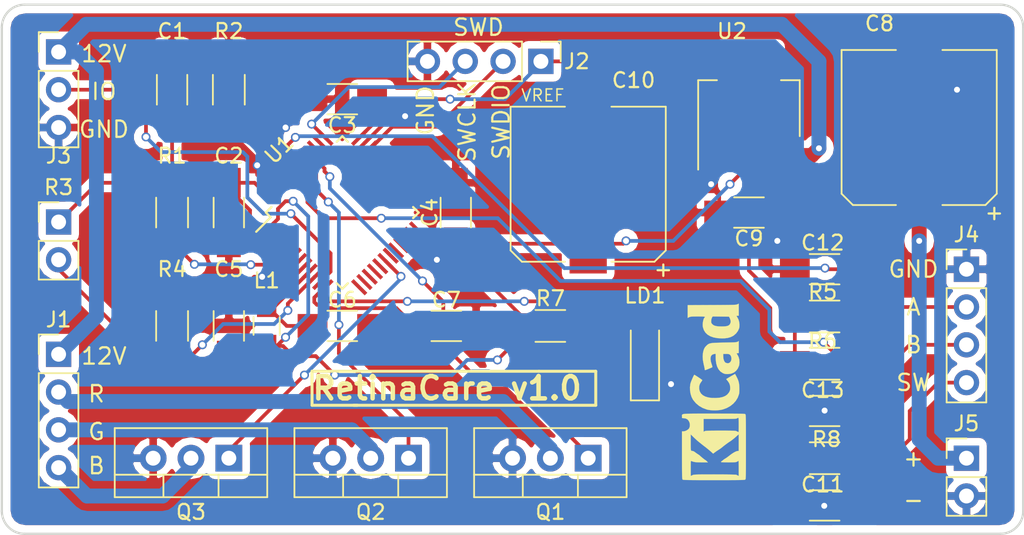
<source format=kicad_pcb>
(kicad_pcb (version 4) (host pcbnew 4.0.7-e2-6376~58~ubuntu17.04.1)
  (layers (0 F.Cu signal) (31 B.Cu signal) (34 B.Paste user) (35 F.Paste user) (36 B.SilkS user) (37 F.SilkS user) (38 B.Mask user) (39 F.Mask user) (44 Edge.Cuts user))
  (net 0 "")
  (net 1 +3V3)
  (net 2 GND)
  (net 3 "Net-(C6-Pad1)")
  (net 4 +12V)
  (net 5 "Net-(C11-Pad1)")
  (net 6 /ENC_A)
  (net 7 /ENC_B)
  (net 8 "Net-(D1-Pad2)")
  (net 9 "Net-(J1-Pad2)")
  (net 10 "Net-(J1-Pad3)")
  (net 11 "Net-(J1-Pad4)")
  (net 12 /SWDIO)
  (net 13 /SWCLK)
  (net 14 /MOTION)
  (net 15 /PWM_R)
  (net 16 /PWM_G)
  (net 17 /PWM_B)
  (net 18 "Net-(R1-Pad1)")
  (net 19 "Net-(R2-Pad1)")
  (net 20 "Net-(R3-Pad2)")
  (net 21 /SW)
  (net 22 "Net-(U1-Pad2)")
  (net 23 "Net-(U1-Pad3)")
  (net 24 "Net-(U1-Pad4)")
  (net 25 "Net-(U1-Pad5)")
  (net 26 "Net-(U1-Pad6)")
  (net 27 "Net-(U1-Pad13)")
  (net 28 "Net-(U1-Pad14)")
  (net 29 "Net-(U1-Pad15)")
  (net 30 "Net-(U1-Pad16)")
  (net 31 "Net-(U1-Pad17)")
  (net 32 "Net-(U1-Pad19)")
  (net 33 "Net-(U1-Pad20)")
  (net 34 "Net-(U1-Pad21)")
  (net 35 "Net-(U1-Pad22)")
  (net 36 "Net-(U1-Pad25)")
  (net 37 "Net-(U1-Pad26)")
  (net 38 "Net-(U1-Pad27)")
  (net 39 "Net-(U1-Pad28)")
  (net 40 "Net-(U1-Pad29)")
  (net 41 "Net-(U1-Pad30)")
  (net 42 "Net-(U1-Pad31)")
  (net 43 "Net-(U1-Pad32)")
  (net 44 "Net-(U1-Pad33)")
  (net 45 "Net-(U1-Pad38)")
  (net 46 "Net-(U1-Pad39)")
  (net 47 "Net-(U1-Pad45)")
  (net 48 "Net-(U1-Pad46)")
  (module Capacitors_SMD:C_1206_HandSoldering (layer F.Cu) (at 138.43 66.04 270)
    (fp_text reference C2 (at -3.81 0 360) (layer F.SilkS))
    (fp_text value 100n)
    (pad 1 smd rect (at -2 0 270) (size 2 1.6) (layers F.Cu F.Paste F.Mask) (net 1 +3V3))
    (pad 2 smd rect (at 2 0 270) (size 2 1.6) (layers F.Cu F.Paste F.Mask) (net 2 GND))
  )
  (module Capacitors_SMD:C_1206_HandSoldering (layer F.Cu) (at 146.05 58.42 180)
    (fp_text reference C3 (at 0 -1.75 180) (layer F.SilkS))
    (fp_text value 100n)
    (pad 1 smd rect (at -2 0 180) (size 2 1.6) (layers F.Cu F.Paste F.Mask) (net 1 +3V3))
    (pad 2 smd rect (at 2 0 180) (size 2 1.6) (layers F.Cu F.Paste F.Mask) (net 2 GND))
  )
  (module Capacitors_SMD:C_1206_HandSoldering (layer F.Cu) (at 153.67 66.04 90)
    (fp_text reference C4 (at 0 -1.75 90) (layer F.SilkS))
    (fp_text value 100n)
    (pad 1 smd rect (at -2 0 90) (size 2 1.6) (layers F.Cu F.Paste F.Mask) (net 1 +3V3))
    (pad 2 smd rect (at 2 0 90) (size 2 1.6) (layers F.Cu F.Paste F.Mask) (net 2 GND))
  )
  (module Capacitors_SMD:C_1206_HandSoldering (layer F.Cu) (at 138.43 73.66 90)
    (fp_text reference C5 (at 3.81 0 180) (layer F.SilkS))
    (fp_text value 100n)
    (pad 1 smd rect (at -2 0 90) (size 2 1.6) (layers F.Cu F.Paste F.Mask) (net 1 +3V3))
    (pad 2 smd rect (at 2 0 90) (size 2 1.6) (layers F.Cu F.Paste F.Mask) (net 2 GND))
  )
  (module Capacitors_SMD:C_1206_HandSoldering (layer F.Cu) (at 146.05 73.66)
    (fp_text reference C6 (at 0 -1.75) (layer F.SilkS))
    (fp_text value 100n)
    (pad 1 smd rect (at -2 0) (size 2 1.6) (layers F.Cu F.Paste F.Mask) (net 3 "Net-(C6-Pad1)"))
    (pad 2 smd rect (at 2 0) (size 2 1.6) (layers F.Cu F.Paste F.Mask) (net 2 GND))
  )
  (module Capacitors_SMD:CP_Elec_10x10 (layer F.Cu) (at 184.785 60.325 90)
    (fp_text reference C8 (at 6.985 -2.667 180) (layer F.SilkS))
    (fp_text value 47u)
    (fp_text user + (at -5.78 4.97 90) (layer F.SilkS))
    (pad 1 smd rect (at -4 0 270) (size 4 2.5) (layers F.Cu F.Paste F.Mask) (net 4 +12V))
    (pad 2 smd rect (at 4 0 270) (size 4 2.5) (layers F.Cu F.Paste F.Mask) (net 2 GND))
  )
  (module Capacitors_SMD:C_1206_HandSoldering (layer F.Cu) (at 173.355 66.04 180)
    (fp_text reference C9 (at 0 -1.75 180) (layer F.SilkS))
    (fp_text value 100n)
    (pad 1 smd rect (at -2 0 180) (size 2 1.6) (layers F.Cu F.Paste F.Mask) (net 4 +12V))
    (pad 2 smd rect (at 2 0 180) (size 2 1.6) (layers F.Cu F.Paste F.Mask) (net 2 GND))
  )
  (module Capacitors_SMD:CP_Elec_10x10 (layer F.Cu) (at 162.56 64.135 90)
    (fp_text reference C10 (at 6.985 3.048 180) (layer F.SilkS))
    (fp_text value 47u)
    (fp_text user + (at -5.78 4.97 90) (layer F.SilkS))
    (pad 1 smd rect (at -4 0 270) (size 4 2.5) (layers F.Cu F.Paste F.Mask) (net 1 +3V3))
    (pad 2 smd rect (at 4 0 270) (size 4 2.5) (layers F.Cu F.Paste F.Mask) (net 2 GND))
  )
  (module Capacitors_SMD:C_1206_HandSoldering (layer F.Cu) (at 178.435 85.725 180)
    (fp_text reference C11 (at 0.127 1.397 180) (layer F.SilkS))
    (fp_text value 100n)
    (pad 1 smd rect (at -2 0 180) (size 2 1.6) (layers F.Cu F.Paste F.Mask) (net 5 "Net-(C11-Pad1)"))
    (pad 2 smd rect (at 2 0 180) (size 2 1.6) (layers F.Cu F.Paste F.Mask) (net 2 GND))
  )
  (module Capacitors_SMD:C_1206_HandSoldering (layer F.Cu) (at 178.435 69.85 180)
    (fp_text reference C12 (at 0.127 1.778 180) (layer F.SilkS))
    (fp_text value 100n)
    (pad 1 smd rect (at -2 0 180) (size 2 1.6) (layers F.Cu F.Paste F.Mask) (net 6 /ENC_A))
    (pad 2 smd rect (at 2 0 180) (size 2 1.6) (layers F.Cu F.Paste F.Mask) (net 2 GND))
  )
  (module Capacitors_SMD:C_1206_HandSoldering (layer F.Cu) (at 178.435 79.375 180)
    (fp_text reference C13 (at 0.127 1.397 180) (layer F.SilkS))
    (fp_text value 100n)
    (pad 1 smd rect (at -2 0 180) (size 2 1.6) (layers F.Cu F.Paste F.Mask) (net 7 /ENC_B))
    (pad 2 smd rect (at 2 0 180) (size 2 1.6) (layers F.Cu F.Paste F.Mask) (net 2 GND))
  )
  (module LEDs:LED_1206_HandSoldering (layer F.Cu) (at 166.37 75.565 90)
    (fp_text reference LD1 (at 3.937 0 180) (layer F.SilkS))
    (fp_text value LED_ALT)
    (pad 1 smd rect (at -2 0 90) (size 2 1.7) (layers F.Cu F.Paste F.Mask) (net 2 GND))
    (pad 2 smd rect (at 2 0 90) (size 2 1.7) (layers F.Cu F.Paste F.Mask) (net 8 "Net-(D1-Pad2)"))
  )
  (module Pin_Headers:Pin_Header_Straight_1x04_Pitch2.54mm (layer F.Cu) (at 127 75.565)
    (fp_text reference J1 (at 0 -2.33) (layer F.SilkS))
    (fp_text value CONN_LED)
    (pad 1 thru_hole rect (at 0 0) (size 1.7 1.7) (drill 1) (layers *.Cu *.Mask) (net 4 +12V))
    (pad 2 thru_hole oval (at 0 2.54) (size 1.7 1.7) (drill 1) (layers *.Cu *.Mask) (net 9 "Net-(J1-Pad2)"))
    (pad 3 thru_hole oval (at 0 5.08) (size 1.7 1.7) (drill 1) (layers *.Cu *.Mask) (net 10 "Net-(J1-Pad3)"))
    (pad 4 thru_hole oval (at 0 7.62) (size 1.7 1.7) (drill 1) (layers *.Cu *.Mask) (net 11 "Net-(J1-Pad4)"))
  )
  (module Pin_Headers:Pin_Header_Straight_1x04_Pitch2.54mm (layer F.Cu) (at 159.385 55.88 270)
    (fp_text reference J2 (at 0 -2.413 360) (layer F.SilkS))
    (fp_text value CONN_SWD)
    (pad 1 thru_hole rect (at 0 0 270) (size 1.7 1.7) (drill 1) (layers *.Cu *.Mask) (net 1 +3V3))
    (pad 2 thru_hole oval (at 0 2.54 270) (size 1.7 1.7) (drill 1) (layers *.Cu *.Mask) (net 12 /SWDIO))
    (pad 3 thru_hole oval (at 0 5.08 270) (size 1.7 1.7) (drill 1) (layers *.Cu *.Mask) (net 13 /SWCLK))
    (pad 4 thru_hole oval (at 0 7.62 270) (size 1.7 1.7) (drill 1) (layers *.Cu *.Mask) (net 2 GND))
  )
  (module Pin_Headers:Pin_Header_Straight_1x03_Pitch2.54mm (layer F.Cu) (at 127 55.245)
    (fp_text reference J3 (at 0 6.985) (layer F.SilkS))
    (fp_text value CONN_PIR)
    (pad 1 thru_hole rect (at 0 0) (size 1.7 1.7) (drill 1) (layers *.Cu *.Mask) (net 4 +12V))
    (pad 2 thru_hole oval (at 0 2.54) (size 1.7 1.7) (drill 1) (layers *.Cu *.Mask) (net 14 /MOTION))
    (pad 3 thru_hole oval (at 0 5.08) (size 1.7 1.7) (drill 1) (layers *.Cu *.Mask) (net 2 GND))
  )
  (module Pin_Headers:Pin_Header_Straight_1x04_Pitch2.54mm (layer F.Cu) (at 187.96 69.85)
    (fp_text reference J4 (at 0 -2.33) (layer F.SilkS))
    (fp_text value CONN_ENC)
    (pad 1 thru_hole rect (at 0 0) (size 1.7 1.7) (drill 1) (layers *.Cu *.Mask) (net 2 GND))
    (pad 2 thru_hole oval (at 0 2.54) (size 1.7 1.7) (drill 1) (layers *.Cu *.Mask) (net 6 /ENC_A))
    (pad 3 thru_hole oval (at 0 5.08) (size 1.7 1.7) (drill 1) (layers *.Cu *.Mask) (net 7 /ENC_B))
    (pad 4 thru_hole oval (at 0 7.62) (size 1.7 1.7) (drill 1) (layers *.Cu *.Mask) (net 5 "Net-(C11-Pad1)"))
  )
  (module Inductors_SMD:L_0805_HandSoldering (layer F.Cu) (at 140.97 73.66 270)
    (fp_text reference L1 (at -3.048 0 360) (layer F.SilkS))
    (fp_text value Ferrite_Bead hide)
    (pad 1 smd rect (at -1.35 0 270) (size 1.5 1.3) (layers F.Cu F.Paste F.Mask) (net 3 "Net-(C6-Pad1)"))
    (pad 2 smd rect (at 1.35 0 270) (size 1.5 1.3) (layers F.Cu F.Paste F.Mask) (net 1 +3V3))
  )
  (module TO_SOT_Packages_THT:TO-220_Vertical (layer F.Cu) (at 162.56 82.55 180)
    (fp_text reference Q1 (at 2.54 -3.62 180) (layer F.SilkS))
    (fp_text value IRF3808)
    (pad 1 thru_hole rect (at 0 0 180) (size 1.8 1.8) (drill 1) (layers *.Cu *.Mask) (net 15 /PWM_R))
    (pad 2 thru_hole oval (at 2.54 0 180) (size 1.8 1.8) (drill 1) (layers *.Cu *.Mask) (net 9 "Net-(J1-Pad2)"))
    (pad 3 thru_hole oval (at 5.08 0 180) (size 1.8 1.8) (drill 1) (layers *.Cu *.Mask) (net 2 GND))
  )
  (module TO_SOT_Packages_THT:TO-220_Vertical (layer F.Cu) (at 150.495 82.55 180)
    (fp_text reference Q2 (at 2.54 -3.62 180) (layer F.SilkS))
    (fp_text value IRF3808)
    (pad 1 thru_hole rect (at 0 0 180) (size 1.8 1.8) (drill 1) (layers *.Cu *.Mask) (net 16 /PWM_G))
    (pad 2 thru_hole oval (at 2.54 0 180) (size 1.8 1.8) (drill 1) (layers *.Cu *.Mask) (net 10 "Net-(J1-Pad3)"))
    (pad 3 thru_hole oval (at 5.08 0 180) (size 1.8 1.8) (drill 1) (layers *.Cu *.Mask) (net 2 GND))
  )
  (module TO_SOT_Packages_THT:TO-220_Vertical (layer F.Cu) (at 138.43 82.55 180)
    (fp_text reference Q3 (at 2.54 -3.62 180) (layer F.SilkS))
    (fp_text value IRF3808)
    (pad 1 thru_hole rect (at 0 0 180) (size 1.8 1.8) (drill 1) (layers *.Cu *.Mask) (net 17 /PWM_B))
    (pad 2 thru_hole oval (at 2.54 0 180) (size 1.8 1.8) (drill 1) (layers *.Cu *.Mask) (net 11 "Net-(J1-Pad4)"))
    (pad 3 thru_hole oval (at 5.08 0 180) (size 1.8 1.8) (drill 1) (layers *.Cu *.Mask) (net 2 GND))
  )
  (module Resistors_SMD:R_1206_HandSoldering (layer F.Cu) (at 134.62 66.04 90)
    (fp_text reference R1 (at 3.81 0 180) (layer F.SilkS))
    (fp_text value 10k)
    (pad 1 smd rect (at -2 0 90) (size 2 1.7) (layers F.Cu F.Paste F.Mask) (net 18 "Net-(R1-Pad1)"))
    (pad 2 smd rect (at 2 0 90) (size 2 1.7) (layers F.Cu F.Paste F.Mask) (net 1 +3V3))
  )
  (module Resistors_SMD:R_1206_HandSoldering (layer F.Cu) (at 138.43 57.785 90)
    (fp_text reference R2 (at 3.937 0 180) (layer F.SilkS))
    (fp_text value 10k)
    (pad 1 smd rect (at -2 0 90) (size 2 1.7) (layers F.Cu F.Paste F.Mask) (net 19 "Net-(R2-Pad1)"))
    (pad 2 smd rect (at 2 0 90) (size 2 1.7) (layers F.Cu F.Paste F.Mask) (net 2 GND))
  )
  (module Pin_Headers:Pin_Header_Straight_1x02_Pitch2.54mm (layer F.Cu) (at 127 66.675)
    (fp_text reference R3 (at 0 -2.33) (layer F.SilkS))
    (fp_text value R_PHOTO)
    (pad 1 thru_hole rect (at 0 0) (size 1.7 1.7) (drill 1) (layers *.Cu *.Mask) (net 1 +3V3))
    (pad 2 thru_hole oval (at 0 2.54) (size 1.7 1.7) (drill 1) (layers *.Cu *.Mask) (net 20 "Net-(R3-Pad2)"))
  )
  (module Resistors_SMD:R_1206_HandSoldering (layer F.Cu) (at 134.62 73.66 270)
    (fp_text reference R4 (at -3.81 0 360) (layer F.SilkS))
    (fp_text value 10k)
    (pad 1 smd rect (at -2 0 270) (size 2 1.7) (layers F.Cu F.Paste F.Mask) (net 2 GND))
    (pad 2 smd rect (at 2 0 270) (size 2 1.7) (layers F.Cu F.Paste F.Mask) (net 20 "Net-(R3-Pad2)"))
  )
  (module Resistors_SMD:R_1206_HandSoldering (layer F.Cu) (at 178.435 73.025 180)
    (fp_text reference R5 (at 0.127 1.651 180) (layer F.SilkS))
    (fp_text value 10k)
    (pad 1 smd rect (at -2 0 180) (size 2 1.7) (layers F.Cu F.Paste F.Mask) (net 6 /ENC_A))
    (pad 2 smd rect (at 2 0 180) (size 2 1.7) (layers F.Cu F.Paste F.Mask) (net 1 +3V3))
  )
  (module Resistors_SMD:R_1206_HandSoldering (layer F.Cu) (at 178.435 76.2 180)
    (fp_text reference R6 (at 0.127 1.524 180) (layer F.SilkS))
    (fp_text value 10k)
    (pad 1 smd rect (at -2 0 180) (size 2 1.7) (layers F.Cu F.Paste F.Mask) (net 7 /ENC_B))
    (pad 2 smd rect (at 2 0 180) (size 2 1.7) (layers F.Cu F.Paste F.Mask) (net 1 +3V3))
  )
  (module Resistors_SMD:R_1206_HandSoldering (layer F.Cu) (at 160.02 73.66)
    (fp_text reference R7 (at 0 -1.85) (layer F.SilkS))
    (fp_text value 220)
    (pad 1 smd rect (at -2 0) (size 2 1.7) (layers F.Cu F.Paste F.Mask) (net 1 +3V3))
    (pad 2 smd rect (at 2 0) (size 2 1.7) (layers F.Cu F.Paste F.Mask) (net 8 "Net-(D1-Pad2)"))
  )
  (module Resistors_SMD:R_1206_HandSoldering (layer F.Cu) (at 178.435 82.55)
    (fp_text reference R8 (at 0.127 -1.27) (layer F.SilkS))
    (fp_text value 10k)
    (pad 1 smd rect (at -2 0) (size 2 1.7) (layers F.Cu F.Paste F.Mask) (net 21 /SW))
    (pad 2 smd rect (at 2 0) (size 2 1.7) (layers F.Cu F.Paste F.Mask) (net 5 "Net-(C11-Pad1)"))
  )
  (module Housings_QFP:LQFP-48_7x7mm_Pitch0.5mm (layer F.Cu) (at 146.05 66.04 45)
    (fp_text reference U1 (at 0 -6 45) (layer F.SilkS))
    (fp_text value STM32L151C8Tx)
    (pad 1 smd rect (at -4.35 -2.75 45) (size 1.3 0.25) (layers F.Cu F.Paste F.Mask) (net 1 +3V3))
    (pad 2 smd rect (at -4.35 -2.25 45) (size 1.3 0.25) (layers F.Cu F.Paste F.Mask) (net 22 "Net-(U1-Pad2)"))
    (pad 3 smd rect (at -4.35 -1.75 45) (size 1.3 0.25) (layers F.Cu F.Paste F.Mask) (net 23 "Net-(U1-Pad3)"))
    (pad 4 smd rect (at -4.35 -1.25 45) (size 1.3 0.25) (layers F.Cu F.Paste F.Mask) (net 24 "Net-(U1-Pad4)"))
    (pad 5 smd rect (at -4.35 -0.75 45) (size 1.3 0.25) (layers F.Cu F.Paste F.Mask) (net 25 "Net-(U1-Pad5)"))
    (pad 6 smd rect (at -4.35 -0.25 45) (size 1.3 0.25) (layers F.Cu F.Paste F.Mask) (net 26 "Net-(U1-Pad6)"))
    (pad 7 smd rect (at -4.35 0.25 45) (size 1.3 0.25) (layers F.Cu F.Paste F.Mask) (net 18 "Net-(R1-Pad1)"))
    (pad 8 smd rect (at -4.35 0.75 45) (size 1.3 0.25) (layers F.Cu F.Paste F.Mask) (net 2 GND))
    (pad 9 smd rect (at -4.35 1.25 45) (size 1.3 0.25) (layers F.Cu F.Paste F.Mask) (net 3 "Net-(C6-Pad1)"))
    (pad 10 smd rect (at -4.35 1.75 45) (size 1.3 0.25) (layers F.Cu F.Paste F.Mask) (net 20 "Net-(R3-Pad2)"))
    (pad 11 smd rect (at -4.35 2.25 45) (size 1.3 0.25) (layers F.Cu F.Paste F.Mask) (net 14 /MOTION))
    (pad 12 smd rect (at -4.35 2.75 45) (size 1.3 0.25) (layers F.Cu F.Paste F.Mask) (net 21 /SW))
    (pad 13 smd rect (at -2.75 4.35 135) (size 1.3 0.25) (layers F.Cu F.Paste F.Mask) (net 27 "Net-(U1-Pad13)"))
    (pad 14 smd rect (at -2.25 4.35 135) (size 1.3 0.25) (layers F.Cu F.Paste F.Mask) (net 28 "Net-(U1-Pad14)"))
    (pad 15 smd rect (at -1.75 4.35 135) (size 1.3 0.25) (layers F.Cu F.Paste F.Mask) (net 29 "Net-(U1-Pad15)"))
    (pad 16 smd rect (at -1.25 4.35 135) (size 1.3 0.25) (layers F.Cu F.Paste F.Mask) (net 30 "Net-(U1-Pad16)"))
    (pad 17 smd rect (at -0.75 4.35 135) (size 1.3 0.25) (layers F.Cu F.Paste F.Mask) (net 31 "Net-(U1-Pad17)"))
    (pad 18 smd rect (at -0.25 4.35 135) (size 1.3 0.25) (layers F.Cu F.Paste F.Mask) (net 17 /PWM_B))
    (pad 19 smd rect (at 0.25 4.35 135) (size 1.3 0.25) (layers F.Cu F.Paste F.Mask) (net 32 "Net-(U1-Pad19)"))
    (pad 20 smd rect (at 0.75 4.35 135) (size 1.3 0.25) (layers F.Cu F.Paste F.Mask) (net 33 "Net-(U1-Pad20)"))
    (pad 21 smd rect (at 1.25 4.35 135) (size 1.3 0.25) (layers F.Cu F.Paste F.Mask) (net 34 "Net-(U1-Pad21)"))
    (pad 22 smd rect (at 1.75 4.35 135) (size 1.3 0.25) (layers F.Cu F.Paste F.Mask) (net 35 "Net-(U1-Pad22)"))
    (pad 23 smd rect (at 2.25 4.35 135) (size 1.3 0.25) (layers F.Cu F.Paste F.Mask) (net 2 GND))
    (pad 24 smd rect (at 2.75 4.35 135) (size 1.3 0.25) (layers F.Cu F.Paste F.Mask) (net 1 +3V3))
    (pad 25 smd rect (at 4.35 2.75 45) (size 1.3 0.25) (layers F.Cu F.Paste F.Mask) (net 36 "Net-(U1-Pad25)"))
    (pad 26 smd rect (at 4.35 2.25 45) (size 1.3 0.25) (layers F.Cu F.Paste F.Mask) (net 37 "Net-(U1-Pad26)"))
    (pad 27 smd rect (at 4.35 1.75 45) (size 1.3 0.25) (layers F.Cu F.Paste F.Mask) (net 38 "Net-(U1-Pad27)"))
    (pad 28 smd rect (at 4.35 1.25 45) (size 1.3 0.25) (layers F.Cu F.Paste F.Mask) (net 39 "Net-(U1-Pad28)"))
    (pad 29 smd rect (at 4.35 0.75 45) (size 1.3 0.25) (layers F.Cu F.Paste F.Mask) (net 40 "Net-(U1-Pad29)"))
    (pad 30 smd rect (at 4.35 0.25 45) (size 1.3 0.25) (layers F.Cu F.Paste F.Mask) (net 41 "Net-(U1-Pad30)"))
    (pad 31 smd rect (at 4.35 -0.25 45) (size 1.3 0.25) (layers F.Cu F.Paste F.Mask) (net 42 "Net-(U1-Pad31)"))
    (pad 32 smd rect (at 4.35 -0.75 45) (size 1.3 0.25) (layers F.Cu F.Paste F.Mask) (net 43 "Net-(U1-Pad32)"))
    (pad 33 smd rect (at 4.35 -1.25 45) (size 1.3 0.25) (layers F.Cu F.Paste F.Mask) (net 44 "Net-(U1-Pad33)"))
    (pad 34 smd rect (at 4.35 -1.75 45) (size 1.3 0.25) (layers F.Cu F.Paste F.Mask) (net 12 /SWDIO))
    (pad 35 smd rect (at 4.35 -2.25 45) (size 1.3 0.25) (layers F.Cu F.Paste F.Mask) (net 2 GND))
    (pad 36 smd rect (at 4.35 -2.75 45) (size 1.3 0.25) (layers F.Cu F.Paste F.Mask) (net 1 +3V3))
    (pad 37 smd rect (at 2.75 -4.35 135) (size 1.3 0.25) (layers F.Cu F.Paste F.Mask) (net 13 /SWCLK))
    (pad 38 smd rect (at 2.25 -4.35 135) (size 1.3 0.25) (layers F.Cu F.Paste F.Mask) (net 45 "Net-(U1-Pad38)"))
    (pad 39 smd rect (at 1.75 -4.35 135) (size 1.3 0.25) (layers F.Cu F.Paste F.Mask) (net 46 "Net-(U1-Pad39)"))
    (pad 40 smd rect (at 1.25 -4.35 135) (size 1.3 0.25) (layers F.Cu F.Paste F.Mask) (net 15 /PWM_R))
    (pad 41 smd rect (at 0.75 -4.35 135) (size 1.3 0.25) (layers F.Cu F.Paste F.Mask) (net 16 /PWM_G))
    (pad 42 smd rect (at 0.25 -4.35 135) (size 1.3 0.25) (layers F.Cu F.Paste F.Mask) (net 6 /ENC_A))
    (pad 43 smd rect (at -0.25 -4.35 135) (size 1.3 0.25) (layers F.Cu F.Paste F.Mask) (net 7 /ENC_B))
    (pad 44 smd rect (at -0.75 -4.35 135) (size 1.3 0.25) (layers F.Cu F.Paste F.Mask) (net 19 "Net-(R2-Pad1)"))
    (pad 45 smd rect (at -1.25 -4.35 135) (size 1.3 0.25) (layers F.Cu F.Paste F.Mask) (net 47 "Net-(U1-Pad45)"))
    (pad 46 smd rect (at -1.75 -4.35 135) (size 1.3 0.25) (layers F.Cu F.Paste F.Mask) (net 48 "Net-(U1-Pad46)"))
    (pad 47 smd rect (at -2.25 -4.35 135) (size 1.3 0.25) (layers F.Cu F.Paste F.Mask) (net 2 GND))
    (pad 48 smd rect (at -2.75 -4.35 135) (size 1.3 0.25) (layers F.Cu F.Paste F.Mask) (net 1 +3V3))
  )
  (module TO_SOT_Packages_SMD:SOT-223 (layer F.Cu) (at 173.355 59.055 90)
    (fp_text reference U2 (at 5.207 -1.143 180) (layer F.SilkS))
    (fp_text value LD1117S33TR)
    (pad 4 smd rect (at 3.15 0 90) (size 2 3.8) (layers F.Cu F.Paste F.Mask))
    (pad 2 smd rect (at -3.15 0 90) (size 2 1.5) (layers F.Cu F.Paste F.Mask) (net 1 +3V3))
    (pad 3 smd rect (at -3.15 2.3 90) (size 2 1.5) (layers F.Cu F.Paste F.Mask) (net 4 +12V))
    (pad 1 smd rect (at -3.15 -2.3 90) (size 2 1.5) (layers F.Cu F.Paste F.Mask) (net 2 GND))
  )
  (module Pin_Headers:Pin_Header_Straight_1x02_Pitch2.54mm (layer F.Cu) (at 187.96 82.55)
    (fp_text reference J5 (at 0 -2.33) (layer F.SilkS))
    (fp_text value CONN_12V)
    (pad 1 thru_hole rect (at 0 0) (size 1.7 1.7) (drill 1) (layers *.Cu *.Mask) (net 4 +12V))
    (pad 2 thru_hole oval (at 0 2.54) (size 1.7 1.7) (drill 1) (layers *.Cu *.Mask) (net 2 GND))
  )
  (module Capacitors_SMD:C_1206_HandSoldering (layer F.Cu) (at 134.62 57.785 90)
    (fp_text reference C1 (at 3.937 0 180) (layer F.SilkS))
    (fp_text value 1u)
    (pad 1 smd rect (at -2 0 90) (size 2 1.6) (layers F.Cu F.Paste F.Mask) (net 1 +3V3))
    (pad 2 smd rect (at 2 0 90) (size 2 1.6) (layers F.Cu F.Paste F.Mask) (net 2 GND))
  )
  (module Capacitors_SMD:C_1206_HandSoldering (layer F.Cu) (at 153.035 73.66)
    (fp_text reference C7 (at 0 -1.75) (layer F.SilkS))
    (fp_text value 1u)
    (pad 1 smd rect (at -2 0) (size 2 1.6) (layers F.Cu F.Paste F.Mask) (net 3 "Net-(C6-Pad1)"))
    (pad 2 smd rect (at 2 0) (size 2 1.6) (layers F.Cu F.Paste F.Mask) (net 2 GND))
  )
  (module Symbols:Symbol_KiCAD-Logo_CopperAndSilkScreenTop (layer F.Cu) (at 170.815 78.105 90)
    (fp_text reference REF** hide)
    (fp_text value "KiCAD Logo" hide)
  )
  (gr_line (start 191.77 86.106) (end 191.77 53.594) (angle 90) (layer Edge.Cuts) (width 0.15))
  (gr_line (start 124.714 87.63) (end 190.246 87.63) (angle 90) (layer Edge.Cuts) (width 0.15))
  (gr_line (start 123.19 53.594) (end 123.19 86.106) (angle 90) (layer Edge.Cuts) (width 0.15))
  (gr_line (start 124.714 52.07) (end 190.246 52.07) (angle 90) (layer Edge.Cuts) (width 0.15))
  (gr_arc (start 124.714 53.594) (end 123.19 53.594) (angle 90) (layer Edge.Cuts) (width 0.15))
  (gr_arc (start 124.714 86.106) (end 124.714 87.63) (angle 90) (layer Edge.Cuts) (width 0.15))
  (gr_arc (start 190.246 86.106) (end 191.77 86.106) (angle 90) (layer Edge.Cuts) (width 0.15))
  (gr_arc (start 190.246 53.594) (end 190.246 52.07) (angle 90) (layer Edge.Cuts) (width 0.15))
  (gr_text VREF (at 159.512 58.166) (layer F.SilkS) (effects (font (size 0.8 0.8) (thickness 0.1))))
  (gr_text SWDIO (at 156.718 59.944 90) (layer F.SilkS) (effects (font (size 1.1 1.1))))
  (gr_text SWCLK (at 154.432 59.944 90) (layer F.SilkS) (effects (font (size 1.1 1.1))))
  (gr_text SWD (at 155.194 53.594) (layer F.SilkS) (effects (font (size 1.1 1.1))))
  (gr_text GND (at 151.638 59.182 90) (layer F.SilkS) (effects (font (size 1.1 1.1))))
  (gr_text B (at 129.54 83.058) (layer F.SilkS) (effects (font (size 1.1 1.1))))
  (gr_text G (at 129.54 80.772) (layer F.SilkS) (effects (font (size 1.1 1.1))))
  (gr_text R (at 129.54 78.232) (layer F.SilkS) (effects (font (size 1.1 1.1))))
  (gr_text 12V (at 130.048 75.692) (layer F.SilkS) (effects (font (size 1.1 1.1))))
  (gr_text 12V (at 130.048 55.372) (layer F.SilkS) (effects (font (size 1.1 1.1))))
  (gr_text IO (at 130.048 57.912) (layer F.SilkS) (effects (font (size 1.1 1.1))))
  (gr_text GND (at 130.048 60.452) (layer F.SilkS) (effects (font (size 1.1 1.1))))
  (gr_text - (at 184.404 85.344) (layer F.SilkS) (effects (font (size 1.1 1.1))))
  (gr_text + (at 184.404 82.55) (layer F.SilkS) (effects (font (size 1.1 1.1))))
  (gr_text SW (at 184.404 77.47) (layer F.SilkS) (effects (font (size 1.1 1.1))))
  (gr_text B (at 184.404 74.93) (layer F.SilkS) (effects (font (size 1.1 1.1))))
  (gr_text A (at 184.404 72.39) (layer F.SilkS) (effects (font (size 1.1 1.1))))
  (gr_text GND (at 184.404 69.85) (layer F.SilkS) (effects (font (size 1.1 1.1))))
  (gr_line (start 144.018 78.994) (end 147.066 78.994) (angle 90) (layer F.SilkS) (width 0.2))
  (gr_line (start 144.018 76.708) (end 147.066 76.708) (angle 90) (layer F.SilkS) (width 0.2))
  (gr_line (start 163.068 78.994) (end 159.258 78.994) (angle 90) (layer F.SilkS) (width 0.2))
  (gr_line (start 159.258 76.708) (end 163.068 76.708) (angle 90) (layer F.SilkS) (width 0.2))
  (gr_line (start 163.068 78.994) (end 163.068 76.708) (angle 90) (layer F.SilkS) (width 0.2))
  (gr_line (start 146.812 78.994) (end 159.258 78.994) (angle 90) (layer F.SilkS) (width 0.2))
  (gr_line (start 144.018 76.708) (end 144.018 78.994) (angle 90) (layer F.SilkS) (width 0.2))
  (gr_line (start 159.258 76.708) (end 146.812 76.708) (angle 90) (layer F.SilkS) (width 0.2))
  (gr_text "RetinaCare v1.0" (at 153.0858 77.851) (layer F.SilkS) (effects (font (size 1.5 1.5) (thickness 0.3))))
  (segment (start 140.97 75.01) (end 141.652 75.01) (width 0.25) (layer F.Cu) (net 1))
  (segment (start 141.732 66.468913) (end 141.029542 67.171371) (width 0.25) (layer F.Cu) (net 1))
  (segment (start 141.732 65.786) (end 141.732 66.468913) (width 0.25) (layer F.Cu) (net 1))
  (segment (start 142.24 65.278) (end 141.732 65.786) (width 0.25) (layer F.Cu) (net 1))
  (segment (start 142.748 65.278) (end 142.24 65.278) (width 0.25) (layer F.Cu) (net 1))
  (via (at 142.748 65.278) (size 0.6) (drill 0.4) (layers F.Cu B.Cu) (net 1))
  (segment (start 143.764 66.294) (end 142.748 65.278) (width 0.25) (layer B.Cu) (net 1))
  (segment (start 143.764 72.898) (end 143.764 66.294) (width 0.25) (layer B.Cu) (net 1))
  (segment (start 142.24 74.422) (end 143.764 72.898) (width 0.25) (layer B.Cu) (net 1))
  (via (at 142.24 74.422) (size 0.6) (drill 0.4) (layers F.Cu B.Cu) (net 1))
  (segment (start 141.652 75.01) (end 142.24 74.422) (width 0.25) (layer F.Cu) (net 1))
  (segment (start 140.97 75.01) (end 142.066 75.01) (width 0.25) (layer F.Cu) (net 1))
  (segment (start 156.464 75.946) (end 158.02 74.39) (width 0.25) (layer F.Cu) (net 1))
  (via (at 156.464 75.946) (size 0.6) (drill 0.4) (layers F.Cu B.Cu) (net 1))
  (segment (start 154.432 75.946) (end 156.464 75.946) (width 0.25) (layer B.Cu) (net 1))
  (segment (start 153.416 76.962) (end 154.432 75.946) (width 0.25) (layer B.Cu) (net 1))
  (segment (start 145.542 76.962) (end 153.416 76.962) (width 0.25) (layer B.Cu) (net 1))
  (via (at 145.542 76.962) (size 0.6) (drill 0.4) (layers F.Cu B.Cu) (net 1))
  (segment (start 144.272 75.692) (end 145.542 76.962) (width 0.25) (layer F.Cu) (net 1))
  (segment (start 142.748 75.692) (end 144.272 75.692) (width 0.25) (layer F.Cu) (net 1))
  (segment (start 142.066 75.01) (end 142.748 75.692) (width 0.25) (layer F.Cu) (net 1))
  (segment (start 158.02 74.39) (end 158.02 73.66) (width 0.25) (layer F.Cu) (net 1))
  (segment (start 159.385 55.88) (end 167.03 55.88) (width 0.25) (layer F.Cu) (net 1))
  (segment (start 167.03 55.88) (end 173.355 62.205) (width 0.25) (layer F.Cu) (net 1))
  (segment (start 141.029542 67.171371) (end 141.029542 67.174258) (width 0.25) (layer F.Cu) (net 1))
  (segment (start 141.029542 67.174258) (end 140.3604 67.8434) (width 0.25) (layer F.Cu) (net 1))
  (segment (start 140.3604 67.8434) (end 140.0556 67.8434) (width 0.25) (layer F.Cu) (net 1))
  (segment (start 140.0556 67.8434) (end 139.8524 67.6402) (width 0.25) (layer F.Cu) (net 1))
  (segment (start 139.8524 67.6402) (end 139.8524 65.8876) (width 0.25) (layer F.Cu) (net 1))
  (segment (start 139.8524 65.8876) (end 138.43 64.4652) (width 0.25) (layer F.Cu) (net 1))
  (segment (start 138.43 64.4652) (end 138.43 64.04) (width 0.25) (layer F.Cu) (net 1))
  (segment (start 148.05 58.42) (end 153.289 58.42) (width 0.25) (layer F.Cu) (net 1))
  (segment (start 156.972 58.42) (end 159.385 56.007) (width 0.25) (layer B.Cu) (net 1))
  (segment (start 156.0576 58.42) (end 156.972 58.42) (width 0.25) (layer B.Cu) (net 1))
  (segment (start 153.289 58.42) (end 156.0576 58.42) (width 0.25) (layer B.Cu) (net 1))
  (via (at 153.289 58.42) (size 0.6) (drill 0.4) (layers F.Cu B.Cu) (net 1))
  (segment (start 159.385 56.007) (end 159.385 55.88) (width 0.25) (layer B.Cu) (net 1))
  (segment (start 138.43 64.04) (end 134.62 64.04) (width 0.25) (layer F.Cu) (net 1))
  (segment (start 138.43 64.04) (end 140.160913 64.04) (width 0.25) (layer F.Cu) (net 1))
  (segment (start 140.160913 64.04) (end 141.029542 64.908629) (width 0.25) (layer F.Cu) (net 1))
  (segment (start 134.62 64.04) (end 134.62 59.785) (width 0.25) (layer F.Cu) (net 1))
  (segment (start 134.62 64.04) (end 129.635 64.04) (width 0.25) (layer F.Cu) (net 1))
  (segment (start 129.635 64.04) (end 127 66.675) (width 0.25) (layer F.Cu) (net 1))
  (segment (start 173.355 62.205) (end 173.355 62.865) (width 0.25) (layer F.Cu) (net 1))
  (segment (start 173.355 62.865) (end 172.085 64.135) (width 0.25) (layer F.Cu) (net 1))
  (segment (start 164.91 68.135) (end 162.56 68.135) (width 0.25) (layer F.Cu) (net 1))
  (segment (start 165.1 67.945) (end 164.91 68.135) (width 0.25) (layer F.Cu) (net 1))
  (via (at 165.1 67.945) (size 0.6) (drill 0.4) (layers F.Cu B.Cu) (net 1))
  (segment (start 168.275 67.945) (end 165.1 67.945) (width 0.25) (layer B.Cu) (net 1))
  (segment (start 172.085 64.135) (end 168.275 67.945) (width 0.25) (layer B.Cu) (net 1))
  (via (at 172.085 64.135) (size 0.6) (drill 0.4) (layers F.Cu B.Cu) (net 1))
  (segment (start 162.56 68.135) (end 153.765 68.135) (width 0.25) (layer F.Cu) (net 1))
  (segment (start 153.765 68.135) (end 153.67 68.04) (width 0.25) (layer F.Cu) (net 1))
  (segment (start 153.67 68.04) (end 153.67 68.58) (width 0.25) (layer F.Cu) (net 1))
  (segment (start 153.67 68.58) (end 158.02 72.93) (width 0.25) (layer F.Cu) (net 1))
  (segment (start 158.02 72.93) (end 158.02 73.66) (width 0.25) (layer F.Cu) (net 1))
  (segment (start 173.355 62.205) (end 173.355 69.945) (width 0.25) (layer F.Cu) (net 1))
  (segment (start 173.355 69.945) (end 176.435 73.025) (width 0.25) (layer F.Cu) (net 1))
  (segment (start 176.435 76.2) (end 176.435 73.025) (width 0.25) (layer F.Cu) (net 1))
  (segment (start 140.97 75.01) (end 139.08 75.01) (width 0.25) (layer F.Cu) (net 1))
  (segment (start 139.08 75.01) (end 138.43 75.66) (width 0.25) (layer F.Cu) (net 1))
  (segment (start 153.67 68.04) (end 151.939087 68.04) (width 0.25) (layer F.Cu) (net 1))
  (segment (start 151.939087 68.04) (end 151.070458 67.171371) (width 0.25) (layer F.Cu) (net 1))
  (segment (start 148.05 58.42) (end 148.05 60.150913) (width 0.25) (layer F.Cu) (net 1))
  (segment (start 148.05 60.150913) (end 147.181371 61.019542) (width 0.25) (layer F.Cu) (net 1))
  (segment (start 138.43 71.66) (end 138.8298 71.66) (width 0.25) (layer F.Cu) (net 2))
  (segment (start 138.8298 71.66) (end 140.1318 70.358) (width 0.25) (layer F.Cu) (net 2))
  (via (at 140.6652 70.358) (size 0.6) (drill 0.4) (layers F.Cu B.Cu) (net 2))
  (segment (start 141.097 70.7898) (end 140.6652 70.358) (width 0.25) (layer F.Cu) (net 2))
  (segment (start 142.367 70.7898) (end 141.097 70.7898) (width 0.25) (layer F.Cu) (net 2))
  (segment (start 143.504416 69.652384) (end 142.367 70.7898) (width 0.25) (layer F.Cu) (net 2))
  (segment (start 140.1318 70.358) (end 140.6652 70.358) (width 0.25) (layer F.Cu) (net 2))
  (segment (start 143.504416 69.646245) (end 143.504416 69.652384) (width 0.25) (layer F.Cu) (net 2))
  (segment (start 147.534924 61.373095) (end 147.541905 61.373095) (width 0.25) (layer F.Cu) (net 2))
  (segment (start 147.541905 61.373095) (end 149.352 59.563) (width 0.25) (layer F.Cu) (net 2))
  (via (at 150.2664 59.563) (size 0.6) (drill 0.4) (layers F.Cu B.Cu) (net 2))
  (segment (start 149.352 59.563) (end 150.2664 59.563) (width 0.25) (layer F.Cu) (net 2))
  (segment (start 166.37 77.565) (end 168.116 77.565) (width 0.25) (layer F.Cu) (net 2))
  (via (at 168.1226 77.5716) (size 0.6) (drill 0.4) (layers F.Cu B.Cu) (net 2))
  (segment (start 168.116 77.565) (end 168.1226 77.5716) (width 0.25) (layer F.Cu) (net 2))
  (segment (start 176.435 85.725) (end 178.3842 85.725) (width 0.25) (layer F.Cu) (net 2))
  (via (at 178.4096 85.7504) (size 0.6) (drill 0.4) (layers F.Cu B.Cu) (net 2))
  (segment (start 178.3842 85.725) (end 178.4096 85.7504) (width 0.25) (layer F.Cu) (net 2))
  (segment (start 176.435 79.375) (end 178.4096 79.375) (width 0.25) (layer F.Cu) (net 2))
  (via (at 178.435 79.3496) (size 0.6) (drill 0.4) (layers F.Cu B.Cu) (net 2))
  (segment (start 178.4096 79.375) (end 178.435 79.3496) (width 0.25) (layer F.Cu) (net 2))
  (segment (start 153.67 64.04) (end 158.655 64.04) (width 0.25) (layer F.Cu) (net 2))
  (segment (start 158.655 64.04) (end 162.56 60.135) (width 0.25) (layer F.Cu) (net 2))
  (segment (start 155.035 73.66) (end 155.035 71.85) (width 0.25) (layer F.Cu) (net 2))
  (via (at 152.4 69.215) (size 0.6) (drill 0.4) (layers F.Cu B.Cu) (net 2))
  (segment (start 152.4 69.215) (end 150.716905 67.531905) (width 0.25) (layer F.Cu) (net 2))
  (segment (start 155.035 71.85) (end 152.4 69.215) (width 0.25) (layer F.Cu) (net 2))
  (segment (start 150.716905 67.524924) (end 150.716905 67.531905) (width 0.25) (layer F.Cu) (net 2))
  (segment (start 142.24 60.325) (end 140.335 62.23) (width 0.25) (layer B.Cu) (net 2))
  (via (at 142.24 60.325) (size 0.6) (drill 0.4) (layers F.Cu B.Cu) (net 2))
  (segment (start 144.05 58.515) (end 142.24 60.325) (width 0.25) (layer F.Cu) (net 2))
  (segment (start 140.335 63.5) (end 141.383095 64.548095) (width 0.25) (layer F.Cu) (net 2))
  (segment (start 140.335 62.865) (end 140.335 63.5) (width 0.25) (layer F.Cu) (net 2))
  (via (at 140.335 62.865) (size 0.6) (drill 0.4) (layers F.Cu B.Cu) (net 2))
  (segment (start 140.335 62.23) (end 140.335 62.865) (width 0.25) (layer B.Cu) (net 2))
  (segment (start 141.383095 64.548095) (end 141.383095 64.555076) (width 0.25) (layer F.Cu) (net 2))
  (segment (start 144.05 58.42) (end 144.05 58.515) (width 0.25) (layer F.Cu) (net 2))
  (segment (start 134.62 55.785) (end 138.43 55.785) (width 0.25) (layer F.Cu) (net 2))
  (segment (start 138.43 55.785) (end 141.065 58.42) (width 0.25) (layer F.Cu) (net 2))
  (segment (start 141.065 58.42) (end 144.05 58.42) (width 0.25) (layer F.Cu) (net 2))
  (segment (start 134.62 71.66) (end 138.43 71.66) (width 0.25) (layer F.Cu) (net 2))
  (segment (start 138.43 71.66) (end 138.43 68.04) (width 0.25) (layer F.Cu) (net 2))
  (segment (start 162.56 60.135) (end 168.985 60.135) (width 0.25) (layer F.Cu) (net 2))
  (segment (start 168.985 60.135) (end 171.055 62.205) (width 0.25) (layer F.Cu) (net 2))
  (segment (start 184.785 56.325) (end 185.865 56.325) (width 1) (layer F.Cu) (net 2))
  (segment (start 185.865 56.325) (end 187.325 57.785) (width 1) (layer F.Cu) (net 2))
  (via (at 187.325 57.785) (size 0.6) (drill 0.4) (layers F.Cu B.Cu) (net 2))
  (segment (start 171.055 62.205) (end 171.055 63.895) (width 0.25) (layer F.Cu) (net 2))
  (segment (start 171.355 64.675) (end 170.815 64.135) (width 0.25) (layer F.Cu) (net 2))
  (via (at 170.815 64.135) (size 0.6) (drill 0.4) (layers F.Cu B.Cu) (net 2))
  (segment (start 171.355 64.675) (end 171.355 66.04) (width 0.25) (layer F.Cu) (net 2))
  (segment (start 171.055 63.895) (end 170.815 64.135) (width 0.25) (layer F.Cu) (net 2))
  (segment (start 176.435 69.85) (end 176.435 69.12) (width 0.25) (layer F.Cu) (net 2))
  (segment (start 176.435 69.12) (end 175.26 67.945) (width 0.25) (layer F.Cu) (net 2))
  (via (at 175.26 67.945) (size 0.6) (drill 0.4) (layers F.Cu B.Cu) (net 2))
  (segment (start 151.035 73.66) (end 150.876 73.66) (width 0.25) (layer F.Cu) (net 3))
  (segment (start 150.876 73.66) (end 149.6822 72.4662) (width 0.25) (layer F.Cu) (net 3))
  (segment (start 145.2438 72.4662) (end 144.05 73.66) (width 0.25) (layer F.Cu) (net 3))
  (segment (start 149.6822 72.4662) (end 145.2438 72.4662) (width 0.25) (layer F.Cu) (net 3))
  (segment (start 151.035 73.66) (end 151.035 73.755) (width 0.25) (layer F.Cu) (net 3))
  (segment (start 144.05 73.66) (end 142.32 73.66) (width 0.25) (layer F.Cu) (net 3))
  (segment (start 142.32 73.66) (end 140.97 72.31) (width 0.25) (layer F.Cu) (net 3))
  (segment (start 140.97 72.31) (end 141.547767 72.31) (width 0.25) (layer F.Cu) (net 3))
  (segment (start 141.547767 72.31) (end 143.857969 69.999798) (width 0.25) (layer F.Cu) (net 3))
  (segment (start 175.655 62.205) (end 177.571 62.205) (width 1) (layer F.Cu) (net 4))
  (segment (start 128.8542 53.3908) (end 127 55.245) (width 1) (layer B.Cu) (net 4))
  (segment (start 175.5648 53.3908) (end 128.8542 53.3908) (width 1) (layer B.Cu) (net 4))
  (segment (start 178.054 55.88) (end 175.5648 53.3908) (width 1) (layer B.Cu) (net 4))
  (segment (start 178.054 61.722) (end 178.054 55.88) (width 1) (layer B.Cu) (net 4))
  (via (at 178.054 61.722) (size 0.6) (drill 0.4) (layers F.Cu B.Cu) (net 4))
  (segment (start 177.571 62.205) (end 178.054 61.722) (width 1) (layer F.Cu) (net 4))
  (segment (start 127 55.245) (end 128.27 55.245) (width 1) (layer B.Cu) (net 4))
  (segment (start 128.27 55.245) (end 129.54 56.515) (width 1) (layer B.Cu) (net 4))
  (segment (start 129.54 56.515) (end 129.54 73.025) (width 1) (layer B.Cu) (net 4))
  (segment (start 129.54 73.025) (end 127 75.565) (width 1) (layer B.Cu) (net 4))
  (segment (start 184.785 64.325) (end 184.785 67.945) (width 1) (layer F.Cu) (net 4))
  (segment (start 186.055 82.55) (end 187.96 82.55) (width 1) (layer B.Cu) (net 4))
  (segment (start 184.785 81.28) (end 186.055 82.55) (width 1) (layer B.Cu) (net 4))
  (segment (start 184.785 67.945) (end 184.785 81.28) (width 1) (layer B.Cu) (net 4))
  (via (at 184.785 67.945) (size 0.6) (drill 0.4) (layers F.Cu B.Cu) (net 4))
  (segment (start 175.355 66.04) (end 175.355 64.675) (width 1) (layer F.Cu) (net 4))
  (segment (start 175.655 64.375) (end 175.655 62.205) (width 1) (layer F.Cu) (net 4))
  (segment (start 175.355 64.675) (end 175.655 64.375) (width 1) (layer F.Cu) (net 4))
  (segment (start 184.785 64.325) (end 180.15 64.325) (width 1) (layer F.Cu) (net 4))
  (segment (start 178.435 66.04) (end 175.355 66.04) (width 1) (layer F.Cu) (net 4))
  (segment (start 180.15 64.325) (end 178.435 66.04) (width 1) (layer F.Cu) (net 4))
  (segment (start 175.655 65.74) (end 175.355 66.04) (width 0.25) (layer F.Cu) (net 4))
  (segment (start 180.435 82.55) (end 182.88 82.55) (width 0.25) (layer F.Cu) (net 5))
  (segment (start 186.055 77.47) (end 187.96 77.47) (width 0.25) (layer F.Cu) (net 5))
  (segment (start 184.15 79.375) (end 186.055 77.47) (width 0.25) (layer F.Cu) (net 5))
  (segment (start 184.15 81.28) (end 184.15 79.375) (width 0.25) (layer F.Cu) (net 5))
  (segment (start 182.88 82.55) (end 184.15 81.28) (width 0.25) (layer F.Cu) (net 5))
  (segment (start 180.435 85.725) (end 180.435 82.55) (width 0.25) (layer F.Cu) (net 5))
  (segment (start 143.150862 62.787309) (end 143.150862 62.785262) (width 0.25) (layer F.Cu) (net 6))
  (segment (start 143.150862 62.785262) (end 142.3924 62.0268) (width 0.25) (layer F.Cu) (net 6))
  (segment (start 142.3924 62.0268) (end 142.3924 61.4934) (width 0.25) (layer F.Cu) (net 6))
  (segment (start 142.3924 61.4934) (end 142.9004 60.9854) (width 0.25) (layer F.Cu) (net 6))
  (via (at 142.9004 60.9854) (size 0.6) (drill 0.4) (layers F.Cu B.Cu) (net 6))
  (segment (start 142.9004 60.9854) (end 142.9766 60.9092) (width 0.25) (layer B.Cu) (net 6))
  (segment (start 142.9766 60.9092) (end 152.0952 60.9092) (width 0.25) (layer B.Cu) (net 6))
  (segment (start 152.0952 60.9092) (end 160.9598 69.7738) (width 0.25) (layer B.Cu) (net 6))
  (segment (start 160.9598 69.7738) (end 178.4604 69.7738) (width 0.25) (layer B.Cu) (net 6))
  (via (at 178.4604 69.7738) (size 0.6) (drill 0.4) (layers F.Cu B.Cu) (net 6))
  (segment (start 178.4604 69.7738) (end 178.5366 69.85) (width 0.25) (layer F.Cu) (net 6))
  (segment (start 178.5366 69.85) (end 180.435 69.85) (width 0.25) (layer F.Cu) (net 6))
  (segment (start 180.435 69.85) (end 180.435 73.025) (width 0.25) (layer F.Cu) (net 6))
  (segment (start 180.435 73.025) (end 182.88 73.025) (width 0.25) (layer F.Cu) (net 6))
  (segment (start 183.515 72.39) (end 187.96 72.39) (width 0.25) (layer F.Cu) (net 6))
  (segment (start 182.88 73.025) (end 183.515 72.39) (width 0.25) (layer F.Cu) (net 6))
  (segment (start 142.797309 63.140862) (end 142.797309 63.142909) (width 0.25) (layer F.Cu) (net 7))
  (segment (start 142.797309 63.142909) (end 143.7132 64.0588) (width 0.25) (layer F.Cu) (net 7))
  (segment (start 143.7132 64.0588) (end 143.7132 65.3542) (width 0.25) (layer F.Cu) (net 7))
  (segment (start 143.7132 65.3542) (end 144.78 66.421) (width 0.25) (layer F.Cu) (net 7))
  (segment (start 144.78 66.421) (end 148.6662 66.421) (width 0.25) (layer F.Cu) (net 7))
  (via (at 148.6662 66.421) (size 0.6) (drill 0.4) (layers F.Cu B.Cu) (net 7))
  (segment (start 148.6662 66.421) (end 156.4894 66.421) (width 0.25) (layer B.Cu) (net 7))
  (segment (start 156.4894 66.421) (end 160.7058 70.6374) (width 0.25) (layer B.Cu) (net 7))
  (segment (start 160.7058 70.6374) (end 172.7962 70.6374) (width 0.25) (layer B.Cu) (net 7))
  (segment (start 172.7962 70.6374) (end 174.7266 72.5678) (width 0.25) (layer B.Cu) (net 7))
  (segment (start 174.7266 72.5678) (end 174.7266 74.041) (width 0.25) (layer B.Cu) (net 7))
  (segment (start 174.7266 74.041) (end 175.4378 74.7522) (width 0.25) (layer B.Cu) (net 7))
  (segment (start 175.4378 74.7522) (end 178.3588 74.7522) (width 0.25) (layer B.Cu) (net 7))
  (via (at 178.3588 74.7522) (size 0.6) (drill 0.4) (layers F.Cu B.Cu) (net 7))
  (segment (start 178.3588 74.7522) (end 179.8066 76.2) (width 0.25) (layer F.Cu) (net 7))
  (segment (start 179.8066 76.2) (end 180.435 76.2) (width 0.25) (layer F.Cu) (net 7))
  (segment (start 180.435 79.375) (end 180.435 76.2) (width 0.25) (layer F.Cu) (net 7))
  (segment (start 180.435 76.2) (end 182.88 76.2) (width 0.25) (layer F.Cu) (net 7))
  (segment (start 184.15 74.93) (end 187.96 74.93) (width 0.25) (layer F.Cu) (net 7))
  (segment (start 182.88 76.2) (end 184.15 74.93) (width 0.25) (layer F.Cu) (net 7))
  (segment (start 162.02 73.66) (end 166.275 73.66) (width 0.25) (layer F.Cu) (net 8))
  (segment (start 166.275 73.66) (end 166.37 73.565) (width 0.25) (layer F.Cu) (net 8))
  (segment (start 160.02 82.55) (end 160.02 81.915) (width 1) (layer B.Cu) (net 9))
  (segment (start 160.02 81.915) (end 156.845 78.74) (width 1) (layer B.Cu) (net 9))
  (segment (start 156.845 78.74) (end 127.635 78.74) (width 1) (layer B.Cu) (net 9))
  (segment (start 127.635 78.74) (end 127 78.105) (width 1) (layer B.Cu) (net 9))
  (segment (start 147.955 82.55) (end 147.955 81.915) (width 1) (layer B.Cu) (net 10))
  (segment (start 147.955 81.915) (end 146.685 80.645) (width 1) (layer B.Cu) (net 10))
  (segment (start 146.685 80.645) (end 127 80.645) (width 1) (layer B.Cu) (net 10))
  (segment (start 135.89 82.55) (end 135.89 83.185) (width 1) (layer B.Cu) (net 11))
  (segment (start 135.89 83.185) (end 133.985 85.09) (width 1) (layer B.Cu) (net 11))
  (segment (start 133.985 85.09) (end 128.905 85.09) (width 1) (layer B.Cu) (net 11))
  (segment (start 128.905 85.09) (end 127 83.185) (width 1) (layer B.Cu) (net 11))
  (segment (start 147.888478 61.726649) (end 147.950351 61.726649) (width 0.25) (layer F.Cu) (net 12))
  (segment (start 147.950351 61.726649) (end 149.4028 60.2742) (width 0.25) (layer F.Cu) (net 12))
  (segment (start 149.4028 60.2742) (end 152.4508 60.2742) (width 0.25) (layer F.Cu) (net 12))
  (segment (start 152.4508 60.2742) (end 156.845 55.88) (width 0.25) (layer F.Cu) (net 12))
  (segment (start 144.918629 61.019542) (end 144.915742 61.019542) (width 0.25) (layer F.Cu) (net 13))
  (segment (start 144.915742 61.019542) (end 143.9926 60.0964) (width 0.25) (layer F.Cu) (net 13))
  (via (at 143.9926 60.0964) (size 0.6) (drill 0.4) (layers F.Cu B.Cu) (net 13))
  (segment (start 143.9926 60.0964) (end 146.4818 57.6072) (width 0.25) (layer B.Cu) (net 13))
  (segment (start 146.4818 57.6072) (end 152.5778 57.6072) (width 0.25) (layer B.Cu) (net 13))
  (segment (start 152.5778 57.6072) (end 154.305 55.88) (width 0.25) (layer B.Cu) (net 13))
  (segment (start 127 57.785) (end 131.826 57.785) (width 0.25) (layer F.Cu) (net 14))
  (segment (start 145.2626 70.009381) (end 144.565076 70.706905) (width 0.25) (layer F.Cu) (net 14))
  (segment (start 145.2626 68.7832) (end 145.2626 70.009381) (width 0.25) (layer F.Cu) (net 14))
  (segment (start 142.5956 66.1162) (end 145.2626 68.7832) (width 0.25) (layer F.Cu) (net 14))
  (via (at 142.5956 66.1162) (size 0.6) (drill 0.4) (layers F.Cu B.Cu) (net 14))
  (segment (start 140.7668 66.1162) (end 142.5956 66.1162) (width 0.25) (layer B.Cu) (net 14))
  (segment (start 139.6746 65.024) (end 140.7668 66.1162) (width 0.25) (layer B.Cu) (net 14))
  (segment (start 139.6746 62.2808) (end 139.6746 65.024) (width 0.25) (layer B.Cu) (net 14))
  (segment (start 139.3698 61.976) (end 139.6746 62.2808) (width 0.25) (layer B.Cu) (net 14))
  (segment (start 133.8834 61.976) (end 139.3698 61.976) (width 0.25) (layer B.Cu) (net 14))
  (segment (start 132.8674 60.96) (end 133.8834 61.976) (width 0.25) (layer B.Cu) (net 14))
  (via (at 132.8674 60.96) (size 0.6) (drill 0.4) (layers F.Cu B.Cu) (net 14))
  (segment (start 132.8674 58.8264) (end 132.8674 60.96) (width 0.25) (layer F.Cu) (net 14))
  (segment (start 131.826 57.785) (end 132.8674 58.8264) (width 0.25) (layer F.Cu) (net 14))
  (segment (start 162.56 82.55) (end 162.56 82.296) (width 0.25) (layer F.Cu) (net 15))
  (segment (start 162.56 82.296) (end 157.3784 77.1144) (width 0.25) (layer F.Cu) (net 15))
  (segment (start 157.3784 77.1144) (end 155.0162 77.1144) (width 0.25) (layer F.Cu) (net 15))
  (segment (start 155.0162 77.1144) (end 152.8318 74.93) (width 0.25) (layer F.Cu) (net 15))
  (segment (start 152.8318 74.93) (end 152.8318 72.0344) (width 0.25) (layer F.Cu) (net 15))
  (segment (start 152.8318 72.0344) (end 151.4348 70.6374) (width 0.25) (layer F.Cu) (net 15))
  (via (at 151.4348 70.6374) (size 0.6) (drill 0.4) (layers F.Cu B.Cu) (net 15))
  (segment (start 151.4348 70.6374) (end 145.2118 64.4144) (width 0.25) (layer B.Cu) (net 15))
  (segment (start 145.2118 64.4144) (end 145.2118 63.627) (width 0.25) (layer B.Cu) (net 15))
  (via (at 145.2118 63.627) (size 0.6) (drill 0.4) (layers F.Cu B.Cu) (net 15))
  (segment (start 145.2118 63.627) (end 144.8562 63.2714) (width 0.25) (layer F.Cu) (net 15))
  (segment (start 144.8562 63.2714) (end 144.8562 63.078433) (width 0.25) (layer F.Cu) (net 15))
  (segment (start 144.8562 63.078433) (end 143.857969 62.080202) (width 0.25) (layer F.Cu) (net 15))
  (segment (start 143.504416 62.433755) (end 143.568553 62.433755) (width 0.25) (layer F.Cu) (net 16))
  (segment (start 143.568553 62.433755) (end 144.2974 63.162602) (width 0.25) (layer F.Cu) (net 16))
  (segment (start 144.2974 63.162602) (end 144.2974 64.516) (width 0.25) (layer F.Cu) (net 16))
  (segment (start 144.2974 64.516) (end 145.1102 65.3288) (width 0.25) (layer F.Cu) (net 16))
  (via (at 145.1102 65.3288) (size 0.6) (drill 0.4) (layers F.Cu B.Cu) (net 16))
  (segment (start 145.1102 65.3288) (end 145.8214 66.04) (width 0.25) (layer B.Cu) (net 16))
  (segment (start 145.8214 66.04) (end 145.8214 73.5838) (width 0.25) (layer B.Cu) (net 16))
  (via (at 145.8214 73.5838) (size 0.6) (drill 0.4) (layers F.Cu B.Cu) (net 16))
  (segment (start 145.8214 73.5838) (end 145.8214 75.5142) (width 0.25) (layer F.Cu) (net 16))
  (segment (start 145.8214 75.5142) (end 150.495 80.1878) (width 0.25) (layer F.Cu) (net 16))
  (segment (start 150.495 80.1878) (end 150.495 82.55) (width 0.25) (layer F.Cu) (net 16))
  (segment (start 149.987 70.3326) (end 149.987 70.485) (width 0.25) (layer B.Cu) (net 17))
  (via (at 149.987 70.3326) (size 0.6) (drill 0.4) (layers F.Cu B.Cu) (net 17))
  (segment (start 148.949138 69.294738) (end 149.987 70.3326) (width 0.25) (layer F.Cu) (net 17))
  (segment (start 143.51 76.962) (end 138.43 82.042) (width 0.25) (layer F.Cu) (net 17))
  (via (at 143.51 76.962) (size 0.6) (drill 0.4) (layers F.Cu B.Cu) (net 17))
  (segment (start 149.987 70.485) (end 143.51 76.962) (width 0.25) (layer B.Cu) (net 17))
  (segment (start 138.43 82.042) (end 138.43 82.55) (width 0.25) (layer F.Cu) (net 17))
  (segment (start 148.949138 69.292691) (end 148.949138 69.294738) (width 0.25) (layer F.Cu) (net 17))
  (segment (start 143.150862 69.292691) (end 143.150862 69.294738) (width 0.25) (layer F.Cu) (net 18))
  (segment (start 143.150862 69.294738) (end 142.24 70.2056) (width 0.25) (layer F.Cu) (net 18))
  (segment (start 142.24 70.2056) (end 141.5542 70.2056) (width 0.25) (layer F.Cu) (net 18))
  (segment (start 141.5542 70.2056) (end 140.8938 69.5452) (width 0.25) (layer F.Cu) (net 18))
  (segment (start 140.8938 69.5452) (end 139.9032 69.5452) (width 0.25) (layer F.Cu) (net 18))
  (via (at 139.9032 69.5452) (size 0.6) (drill 0.4) (layers F.Cu B.Cu) (net 18))
  (segment (start 139.9032 69.5452) (end 139.8778 69.5198) (width 0.25) (layer B.Cu) (net 18))
  (segment (start 139.8778 69.5198) (end 136.1186 69.5198) (width 0.25) (layer B.Cu) (net 18))
  (via (at 136.1186 69.5198) (size 0.6) (drill 0.4) (layers F.Cu B.Cu) (net 18))
  (segment (start 136.1186 69.5198) (end 134.6388 68.04) (width 0.25) (layer F.Cu) (net 18))
  (segment (start 134.6388 68.04) (end 134.62 68.04) (width 0.25) (layer F.Cu) (net 18))
  (segment (start 138.43 59.785) (end 138.734339 59.785) (width 0.25) (layer F.Cu) (net 19))
  (segment (start 138.734339 59.785) (end 142.443755 63.494416) (width 0.25) (layer F.Cu) (net 19))
  (segment (start 144.211522 70.353351) (end 144.200449 70.353351) (width 0.25) (layer F.Cu) (net 20))
  (segment (start 144.200449 70.353351) (end 142.3924 72.1614) (width 0.25) (layer F.Cu) (net 20))
  (segment (start 142.3924 72.1614) (end 142.3924 72.6186) (width 0.25) (layer F.Cu) (net 20))
  (via (at 142.3924 72.6186) (size 0.6) (drill 0.4) (layers F.Cu B.Cu) (net 20))
  (segment (start 142.3924 72.6186) (end 141.478 73.533) (width 0.25) (layer B.Cu) (net 20))
  (segment (start 141.478 73.533) (end 138.049 73.533) (width 0.25) (layer B.Cu) (net 20))
  (segment (start 138.049 73.533) (end 136.652 74.93) (width 0.25) (layer B.Cu) (net 20))
  (via (at 136.652 74.93) (size 0.6) (drill 0.4) (layers F.Cu B.Cu) (net 20))
  (segment (start 136.652 74.93) (end 135.922 75.66) (width 0.25) (layer F.Cu) (net 20))
  (segment (start 135.922 75.66) (end 134.62 75.66) (width 0.25) (layer F.Cu) (net 20))
  (segment (start 134.62 75.66) (end 132.81 75.66) (width 0.25) (layer F.Cu) (net 20))
  (segment (start 132.81 75.66) (end 127 69.85) (width 0.25) (layer F.Cu) (net 20))
  (segment (start 127 69.85) (end 127 69.215) (width 0.25) (layer F.Cu) (net 20))
  (segment (start 150.4188 72.009) (end 145.250998 72.009) (width 0.25) (layer F.Cu) (net 21))
  (segment (start 144.1704 71.755) (end 144.864942 71.060458) (width 0.25) (layer F.Cu) (net 21))
  (segment (start 144.1704 72.0598) (end 144.1704 71.755) (width 0.25) (layer F.Cu) (net 21))
  (segment (start 144.3482 72.2376) (end 144.1704 72.0598) (width 0.25) (layer F.Cu) (net 21))
  (segment (start 144.7546 72.2376) (end 144.3482 72.2376) (width 0.25) (layer F.Cu) (net 21))
  (segment (start 144.9832 72.009) (end 144.7546 72.2376) (width 0.25) (layer F.Cu) (net 21))
  (segment (start 145.250998 72.009) (end 144.9832 72.009) (width 0.25) (layer F.Cu) (net 21))
  (segment (start 144.864942 71.060458) (end 144.918629 71.060458) (width 0.25) (layer F.Cu) (net 21))
  (segment (start 175.8442 82.55) (end 174.244 80.9498) (width 0.25) (layer F.Cu) (net 21))
  (segment (start 174.244 80.9498) (end 174.244 75.7174) (width 0.25) (layer F.Cu) (net 21))
  (segment (start 174.244 75.7174) (end 170.5356 72.009) (width 0.25) (layer F.Cu) (net 21))
  (segment (start 170.5356 72.009) (end 158.2674 72.009) (width 0.25) (layer F.Cu) (net 21))
  (via (at 158.2674 72.009) (size 0.6) (drill 0.4) (layers F.Cu B.Cu) (net 21))
  (segment (start 158.2674 72.009) (end 150.4188 72.009) (width 0.25) (layer B.Cu) (net 21))
  (via (at 150.4188 72.009) (size 0.6) (drill 0.4) (layers F.Cu B.Cu) (net 21))
  (segment (start 150.4188 72.009) (end 150.4442 71.9836) (width 0.25) (layer F.Cu) (net 21))
  (segment (start 176.435 82.55) (end 175.8442 82.55) (width 0.25) (layer F.Cu) (net 21))
  (zone (net 2) (net_name GND) (layer F.Cu) (connect_pads (clearance 0.508)) (min_thickness 0.254) (fill yes (arc_segments 16) (thermal_gap 0.508) (thermal_bridge_width 0.508))
    (polygon (pts (xy 191.77 52.07) (xy 123.19 52.07) (xy 123.19 87.63) (xy 191.77 87.63)))
  )
  (zone (net 2) (net_name GND) (layer B.Cu) (connect_pads (clearance 0.508)) (min_thickness 0.254) (fill yes (arc_segments 16) (thermal_gap 0.508) (thermal_bridge_width 0.508))
    (polygon (pts (xy 191.77 52.07) (xy 123.19 52.07) (xy 123.19 87.63) (xy 191.77 87.63)))
  )
)
</source>
